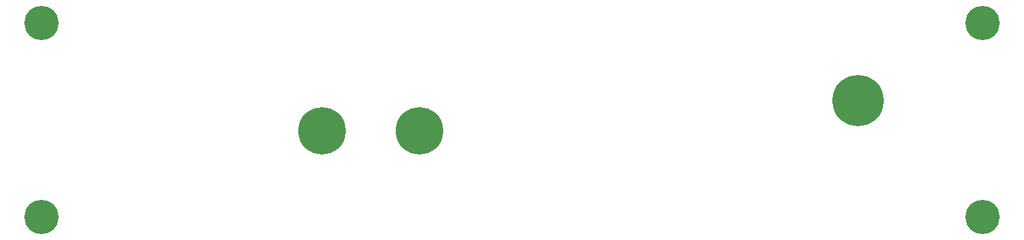
<source format=gbr>
G04 EAGLE Gerber RS-274X export*
G75*
%MOMM*%
%FSLAX34Y34*%
%LPD*%
%INSoldermask Bottom*%
%IPPOS*%
%AMOC8*
5,1,8,0,0,1.08239X$1,22.5*%
G01*
%ADD10C,6.101600*%
%ADD11C,6.601600*%
%ADD12C,4.417600*%


D10*
X419764Y167800D03*
X544764Y167800D03*
D11*
X1108800Y207000D03*
D12*
X59210Y306600D03*
X59210Y56700D03*
X1269210Y56700D03*
X1269210Y306600D03*
M02*

</source>
